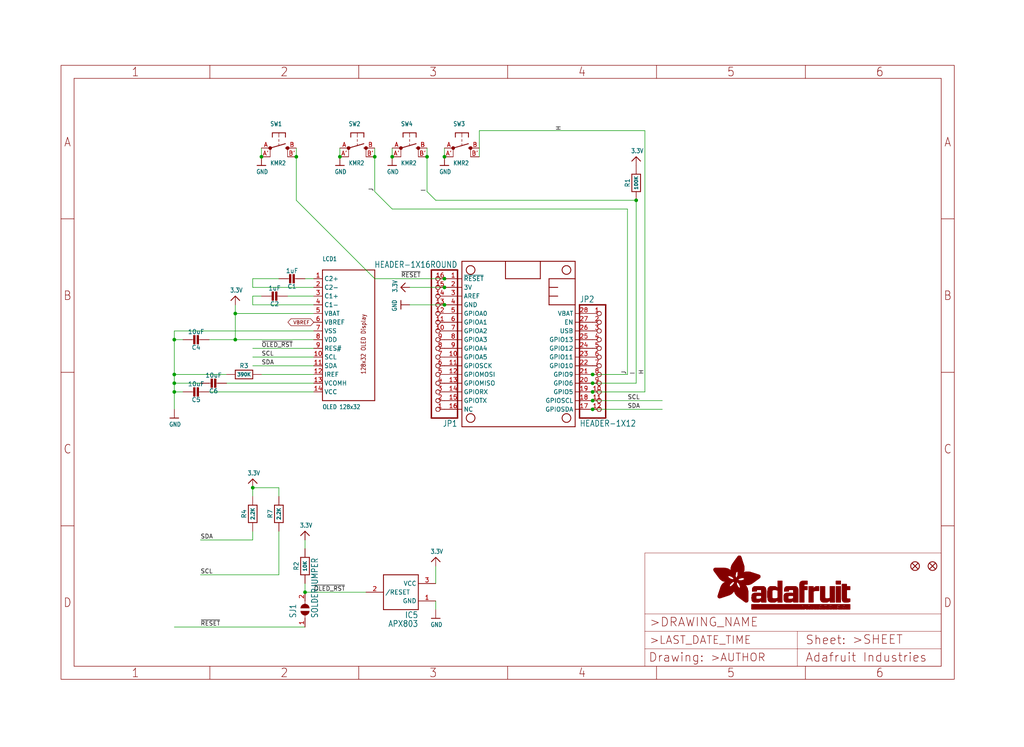
<source format=kicad_sch>
(kicad_sch (version 20211123) (generator eeschema)
  (paper "User" 298.45 217.881)
  (lib_symbols
    (symbol "schematicEagle-eagle-import:3.3V" (power)
      (property "Value" "3.3V" (at -1.524 1.016 0))
      (symbol "3.3V_1_0"
        (pin power_in line (at 0 -2.54 90) (length 2.54) (name "3.3V") (number "1"))
      )
    )
    (symbol "schematicEagle-eagle-import:AXP083-SAG"
      (property "Reference" "IC" (at -5.08 -7.62 0))
      (property "Value" "AXP083-SAG" (at -5.08 -10.16 0))
      (symbol "AXP083-SAG_1_0"
        (pin power_in line (at -10.16 -2.54 0) (length 5.08) (name "GND") (number "1"))
        (pin output line (at 10.16 0 180) (length 5.08) (name "/RESET") (number "2"))
        (pin power_in line (at -10.16 2.54 0) (length 5.08) (name "VCC") (number "3"))
      )
    )
    (symbol "schematicEagle-eagle-import:CAP_CERAMIC0805-NOOUTLINE"
      (property "Reference" "C" (at -2.29 1.25 90))
      (property "Value" "CAP_CERAMIC0805-NOOUTLINE" (at 2.3 1.25 90))
      (symbol "CAP_CERAMIC0805-NOOUTLINE_1_0"
        (pin passive line (at 0 5.08 270) (length 2.54) (name "1") (number "1"))
        (pin passive line (at 0 -2.54 90) (length 2.54) (name "2") (number "2"))
      )
    )
    (symbol "schematicEagle-eagle-import:DISP_OLED_UG-2832HSWEG02"
      (property "Reference" "LCD" (at -7.62 22.86 0))
      (property "Value" "DISP_OLED_UG-2832HSWEG02" (at -7.62 -20.32 0))
      (symbol "DISP_OLED_UG-2832HSWEG02_1_0"
        (text "128x32 OLED Display" (at 5.08 -10.16 900) (effects (font (size 1.27 1.0795)) (justify left bottom)))
        (pin bidirectional line (at -10.16 17.78 0) (length 2.54) (name "C2+") (number "1"))
        (pin bidirectional line (at -10.16 -5.08 0) (length 2.54) (name "SCL") (number "10"))
        (pin bidirectional line (at -10.16 -7.62 0) (length 2.54) (name "SDA") (number "11"))
        (pin bidirectional line (at -10.16 -10.16 0) (length 2.54) (name "IREF") (number "12"))
        (pin power_in line (at -10.16 -12.7 0) (length 2.54) (name "VCOMH") (number "13"))
        (pin power_in line (at -10.16 -15.24 0) (length 2.54) (name "VCC") (number "14"))
        (pin bidirectional line (at -10.16 15.24 0) (length 2.54) (name "C2-") (number "2"))
        (pin bidirectional line (at -10.16 12.7 0) (length 2.54) (name "C1+") (number "3"))
        (pin bidirectional line (at -10.16 10.16 0) (length 2.54) (name "C1-") (number "4"))
        (pin power_in line (at -10.16 7.62 0) (length 2.54) (name "VBAT") (number "5"))
        (pin power_in line (at -10.16 5.08 0) (length 2.54) (name "VBREF") (number "6"))
        (pin power_in line (at -10.16 2.54 0) (length 2.54) (name "VSS") (number "7"))
        (pin power_in line (at -10.16 0 0) (length 2.54) (name "VDD") (number "8"))
        (pin bidirectional line (at -10.16 -2.54 0) (length 2.54) (name "RES#") (number "9"))
      )
    )
    (symbol "schematicEagle-eagle-import:FEATHERWING"
      (symbol "FEATHERWING_1_0"
        (pin input line (at 5.08 -5.08 90) (length 5.08) (name "~{RESET}") (number "1"))
        (pin bidirectional line (at 27.94 -5.08 90) (length 5.08) (name "GPIOA5") (number "10"))
        (pin bidirectional line (at 30.48 -5.08 90) (length 5.08) (name "GPIOSCK") (number "11"))
        (pin bidirectional line (at 33.02 -5.08 90) (length 5.08) (name "GPIOMOSI") (number "12"))
        (pin bidirectional line (at 35.56 -5.08 90) (length 5.08) (name "GPIOMISO") (number "13"))
        (pin bidirectional line (at 38.1 -5.08 90) (length 5.08) (name "GPIORX") (number "14"))
        (pin bidirectional line (at 40.64 -5.08 90) (length 5.08) (name "GPIOTX") (number "15"))
        (pin passive line (at 43.18 -5.08 90) (length 5.08) (name "NC") (number "16"))
        (pin bidirectional line (at 43.18 38.1 270) (length 5.08) (name "GPIOSDA") (number "17"))
        (pin bidirectional line (at 40.64 38.1 270) (length 5.08) (name "GPIOSCL") (number "18"))
        (pin bidirectional line (at 38.1 38.1 270) (length 5.08) (name "GPIO5") (number "19"))
        (pin power_in line (at 7.62 -5.08 90) (length 5.08) (name "3V") (number "2"))
        (pin bidirectional line (at 35.56 38.1 270) (length 5.08) (name "GPIO6") (number "20"))
        (pin bidirectional line (at 33.02 38.1 270) (length 5.08) (name "GPIO9") (number "21"))
        (pin bidirectional line (at 30.48 38.1 270) (length 5.08) (name "GPIO10") (number "22"))
        (pin bidirectional line (at 27.94 38.1 270) (length 5.08) (name "GPIO11") (number "23"))
        (pin bidirectional line (at 25.4 38.1 270) (length 5.08) (name "GPIO12") (number "24"))
        (pin bidirectional line (at 22.86 38.1 270) (length 5.08) (name "GPIO13") (number "25"))
        (pin power_in line (at 20.32 38.1 270) (length 5.08) (name "USB") (number "26"))
        (pin passive line (at 17.78 38.1 270) (length 5.08) (name "EN") (number "27"))
        (pin power_in line (at 15.24 38.1 270) (length 5.08) (name "VBAT") (number "28"))
        (pin passive line (at 10.16 -5.08 90) (length 5.08) (name "AREF") (number "3"))
        (pin power_in line (at 12.7 -5.08 90) (length 5.08) (name "GND") (number "4"))
        (pin bidirectional line (at 15.24 -5.08 90) (length 5.08) (name "GPIOA0") (number "5"))
        (pin bidirectional line (at 17.78 -5.08 90) (length 5.08) (name "GPIOA1") (number "6"))
        (pin bidirectional line (at 20.32 -5.08 90) (length 5.08) (name "GPIOA2") (number "7"))
        (pin bidirectional line (at 22.86 -5.08 90) (length 5.08) (name "GPIOA3") (number "8"))
        (pin bidirectional line (at 25.4 -5.08 90) (length 5.08) (name "GPIOA4") (number "9"))
      )
    )
    (symbol "schematicEagle-eagle-import:FIDUCIAL{dblquote}{dblquote}")
    (symbol "schematicEagle-eagle-import:FRAME_A4_ADAFRUIT"
      (symbol "FRAME_A4_ADAFRUIT_0_0"
        (text "1" (at 21.6958 1.905 0) (effects (font (size 2.54 2.286))))
        (text "1" (at 21.6958 177.165 0) (effects (font (size 2.54 2.286))))
        (text "2" (at 65.0875 1.905 0) (effects (font (size 2.54 2.286))))
        (text "2" (at 65.0875 177.165 0) (effects (font (size 2.54 2.286))))
        (text "3" (at 108.4792 1.905 0) (effects (font (size 2.54 2.286))))
        (text "3" (at 108.4792 177.165 0) (effects (font (size 2.54 2.286))))
        (text "4" (at 151.8708 1.905 0) (effects (font (size 2.54 2.286))))
        (text "4" (at 151.8708 177.165 0) (effects (font (size 2.54 2.286))))
        (text "5" (at 195.2625 1.905 0) (effects (font (size 2.54 2.286))))
        (text "5" (at 195.2625 177.165 0) (effects (font (size 2.54 2.286))))
        (text "6" (at 238.6542 1.905 0) (effects (font (size 2.54 2.286))))
        (text "6" (at 238.6542 177.165 0) (effects (font (size 2.54 2.286))))
        (text "A" (at 1.905 156.6863 0) (effects (font (size 2.54 2.286))))
        (text "A" (at 258.445 156.6863 0) (effects (font (size 2.54 2.286))))
        (text "B" (at 1.905 111.9188 0) (effects (font (size 2.54 2.286))))
        (text "B" (at 258.445 111.9188 0) (effects (font (size 2.54 2.286))))
        (text "C" (at 1.905 67.1513 0) (effects (font (size 2.54 2.286))))
        (text "C" (at 258.445 67.1513 0) (effects (font (size 2.54 2.286))))
        (text "D" (at 1.905 22.3838 0) (effects (font (size 2.54 2.286))))
        (text "D" (at 258.445 22.3838 0) (effects (font (size 2.54 2.286))))
      )
      (symbol "FRAME_A4_ADAFRUIT_1_0"
        (text ">AUTHOR" (at 189.23 5.08 0) (effects (font (size 2.286 2.286)) (justify left bottom)))
        (text ">DRAWING_NAME" (at 171.45 15.24 0) (effects (font (size 2.54 2.54)) (justify left bottom)))
        (text ">LAST_DATE_TIME" (at 171.45 10.16 0) (effects (font (size 2.286 2.286)) (justify left bottom)))
        (text ">SHEET" (at 230.505 10.16 0) (effects (font (size 2.54 2.54)) (justify left bottom)))
        (text "Adafruit Industries" (at 216.916 4.953 0) (effects (font (size 2.54 2.54)) (justify left bottom)))
        (text "Drawing:" (at 171.196 4.953 0) (effects (font (size 2.54 2.54)) (justify left bottom)))
        (text "Sheet:" (at 216.916 10.033 0) (effects (font (size 2.54 2.54)) (justify left bottom)))
      )
    )
    (symbol "schematicEagle-eagle-import:GND" (power)
      (property "Value" "GND" (at -1.524 -2.54 0))
      (symbol "GND_1_0"
        (pin power_in line (at 0 2.54 270) (length 2.54) (name "GND") (number "1"))
      )
    )
    (symbol "schematicEagle-eagle-import:HEADER-1X12"
      (property "Reference" "JP" (at -6.35 18.415 0))
      (property "Value" "HEADER-1X12" (at -6.35 -17.78 0))
      (symbol "HEADER-1X12_1_0"
        (pin passive inverted (at -2.54 15.24 0) (length 2.54) (name "1") (number "1"))
        (pin passive inverted (at -2.54 -7.62 0) (length 2.54) (name "10") (number "10"))
        (pin passive inverted (at -2.54 -10.16 0) (length 2.54) (name "11") (number "11"))
        (pin passive inverted (at -2.54 -12.7 0) (length 2.54) (name "12") (number "12"))
        (pin passive inverted (at -2.54 12.7 0) (length 2.54) (name "2") (number "2"))
        (pin passive inverted (at -2.54 10.16 0) (length 2.54) (name "3") (number "3"))
        (pin passive inverted (at -2.54 7.62 0) (length 2.54) (name "4") (number "4"))
        (pin passive inverted (at -2.54 5.08 0) (length 2.54) (name "5") (number "5"))
        (pin passive inverted (at -2.54 2.54 0) (length 2.54) (name "6") (number "6"))
        (pin passive inverted (at -2.54 0 0) (length 2.54) (name "7") (number "7"))
        (pin passive inverted (at -2.54 -2.54 0) (length 2.54) (name "8") (number "8"))
        (pin passive inverted (at -2.54 -5.08 0) (length 2.54) (name "9") (number "9"))
      )
    )
    (symbol "schematicEagle-eagle-import:HEADER-1X16ROUND"
      (property "Reference" "JP" (at -6.35 20.955 0))
      (property "Value" "HEADER-1X16ROUND" (at -6.35 -25.4 0))
      (symbol "HEADER-1X16ROUND_1_0"
        (pin passive inverted (at -2.54 17.78 0) (length 2.54) (name "1") (number "1"))
        (pin passive inverted (at -2.54 -5.08 0) (length 2.54) (name "10") (number "10"))
        (pin passive inverted (at -2.54 -7.62 0) (length 2.54) (name "11") (number "11"))
        (pin passive inverted (at -2.54 -10.16 0) (length 2.54) (name "12") (number "12"))
        (pin passive inverted (at -2.54 -12.7 0) (length 2.54) (name "13") (number "13"))
        (pin passive inverted (at -2.54 -15.24 0) (length 2.54) (name "14") (number "14"))
        (pin passive inverted (at -2.54 -17.78 0) (length 2.54) (name "15") (number "15"))
        (pin passive inverted (at -2.54 -20.32 0) (length 2.54) (name "16") (number "16"))
        (pin passive inverted (at -2.54 15.24 0) (length 2.54) (name "2") (number "2"))
        (pin passive inverted (at -2.54 12.7 0) (length 2.54) (name "3") (number "3"))
        (pin passive inverted (at -2.54 10.16 0) (length 2.54) (name "4") (number "4"))
        (pin passive inverted (at -2.54 7.62 0) (length 2.54) (name "5") (number "5"))
        (pin passive inverted (at -2.54 5.08 0) (length 2.54) (name "6") (number "6"))
        (pin passive inverted (at -2.54 2.54 0) (length 2.54) (name "7") (number "7"))
        (pin passive inverted (at -2.54 0 0) (length 2.54) (name "8") (number "8"))
        (pin passive inverted (at -2.54 -2.54 0) (length 2.54) (name "9") (number "9"))
      )
    )
    (symbol "schematicEagle-eagle-import:RESISTOR0805_NOOUTLINE"
      (property "Reference" "R" (at 0 2.54 0))
      (property "Value" "RESISTOR0805_NOOUTLINE" (at 0 0 0))
      (symbol "RESISTOR0805_NOOUTLINE_1_0"
        (pin passive line (at -5.08 0 0) (length 2.54) (name "1") (number "1"))
        (pin passive line (at 5.08 0 180) (length 2.54) (name "2") (number "2"))
      )
    )
    (symbol "schematicEagle-eagle-import:RESISTOR_0805MP"
      (property "Reference" "R" (at 0 2.54 0))
      (property "Value" "RESISTOR_0805MP" (at 0 0 0))
      (symbol "RESISTOR_0805MP_1_0"
        (pin passive line (at -5.08 0 0) (length 2.54) (name "1") (number "1"))
        (pin passive line (at 5.08 0 180) (length 2.54) (name "2") (number "2"))
      )
    )
    (symbol "schematicEagle-eagle-import:SOLDERJUMPER"
      (property "Reference" "SJ" (at -2.54 2.54 0))
      (property "Value" "SOLDERJUMPER" (at -2.54 -3.81 0))
      (symbol "SOLDERJUMPER_1_0"
        (pin passive line (at -5.08 0 0) (length 2.54) (name "1") (number "1"))
        (pin passive line (at 5.08 0 180) (length 2.54) (name "2") (number "2"))
      )
    )
    (symbol "schematicEagle-eagle-import:SWITCH_TACT_SMT4.6X2.8"
      (property "Reference" "SW" (at -2.54 6.35 0))
      (property "Value" "SWITCH_TACT_SMT4.6X2.8" (at -2.54 -5.08 0))
      (symbol "SWITCH_TACT_SMT4.6X2.8_1_0"
        (pin passive line (at -5.08 0 0) (length 2.54) (name "P") (number "A"))
        (pin passive line (at -5.08 -2.54 0) (length 2.54) (name "P1") (number "A'"))
        (pin passive line (at 5.08 0 180) (length 2.54) (name "S") (number "B"))
        (pin passive line (at 5.08 -2.54 180) (length 2.54) (name "S1") (number "B'"))
      )
    )
  )
  (junction (at 76.2 45.72))
  (junction (at 73.66 142.24))
  (junction (at 50.8 111.76))
  (junction (at 50.8 114.3))
  (junction (at 68.58 91.44))
  (junction (at 129.54 81.28))
  (junction (at 172.72 109.22))
  (junction (at 129.54 83.82))
  (junction (at 50.8 99.06))
  (junction (at 124.46 45.72))
  (junction (at 50.8 109.22))
  (junction (at 172.72 111.76))
  (junction (at 185.42 58.42))
  (junction (at 86.36 45.72))
  (junction (at 129.54 45.72))
  (junction (at 172.72 114.3))
  (junction (at 68.58 99.06))
  (junction (at 99.06 45.72))
  (junction (at 109.22 45.72))
  (junction (at 172.72 119.38))
  (junction (at 129.54 88.9))
  (junction (at 88.9 172.72))
  (junction (at 172.72 116.84))
  (junction (at 114.3 45.72))
  (wire (pts (xy 127 58.42) (xy 185.42 58.42)))
  (wire (pts (xy 119.38 83.82) (xy 129.54 83.82)))
  (wire (pts (xy 119.38 88.9) (xy 129.54 88.9)))
  (wire (pts (xy 99.06 43.18) (xy 99.06 45.72)))
  (wire (pts (xy 68.58 88.9) (xy 68.58 91.44)))
  (wire (pts (xy 172.72 109.22) (xy 182.88 109.22)))
  (wire (pts (xy 88.9 160.02) (xy 88.9 157.48)))
  (wire (pts (xy 91.44 96.52) (xy 50.8 96.52)))
  (wire (pts (xy 66.04 109.22) (xy 50.8 109.22)))
  (wire (pts (xy 139.7 38.1) (xy 139.7 45.72)))
  (wire (pts (xy 114.3 60.96) (xy 182.88 60.96)))
  (wire (pts (xy 172.72 111.76) (xy 185.42 111.76)))
  (wire (pts (xy 88.9 172.72) (xy 88.9 170.18)))
  (wire (pts (xy 91.44 114.3) (xy 60.96 114.3)))
  (wire (pts (xy 50.8 111.76) (xy 50.8 114.3)))
  (wire (pts (xy 53.34 114.3) (xy 50.8 114.3)))
  (wire (pts (xy 73.66 157.48) (xy 58.42 157.48)))
  (wire (pts (xy 91.44 99.06) (xy 68.58 99.06)))
  (wire (pts (xy 91.44 106.68) (xy 73.66 106.68)))
  (wire (pts (xy 91.44 86.36) (xy 83.82 86.36)))
  (wire (pts (xy 127 175.26) (xy 127 177.8)))
  (wire (pts (xy 81.28 154.94) (xy 81.28 167.64)))
  (wire (pts (xy 139.7 38.1) (xy 187.96 38.1)))
  (wire (pts (xy 129.54 43.18) (xy 129.54 45.72)))
  (wire (pts (xy 81.28 144.78) (xy 81.28 142.24)))
  (wire (pts (xy 68.58 99.06) (xy 60.96 99.06)))
  (wire (pts (xy 81.28 142.24) (xy 73.66 142.24)))
  (wire (pts (xy 127 170.18) (xy 127 165.1)))
  (wire (pts (xy 58.42 111.76) (xy 50.8 111.76)))
  (wire (pts (xy 91.44 81.28) (xy 88.9 81.28)))
  (wire (pts (xy 68.58 91.44) (xy 68.58 99.06)))
  (wire (pts (xy 106.68 172.72) (xy 88.9 172.72)))
  (wire (pts (xy 73.66 144.78) (xy 73.66 142.24)))
  (wire (pts (xy 185.42 58.42) (xy 185.42 111.76)))
  (wire (pts (xy 91.44 111.76) (xy 66.04 111.76)))
  (wire (pts (xy 73.66 83.82) (xy 91.44 83.82)))
  (wire (pts (xy 86.36 43.18) (xy 86.36 45.72)))
  (wire (pts (xy 172.72 116.84) (xy 193.04 116.84)))
  (wire (pts (xy 73.66 81.28) (xy 73.66 83.82)))
  (wire (pts (xy 81.28 167.64) (xy 58.42 167.64)))
  (wire (pts (xy 124.46 55.88) (xy 127 58.42)))
  (wire (pts (xy 124.46 45.72) (xy 124.46 55.88)))
  (wire (pts (xy 114.3 43.18) (xy 114.3 45.72)))
  (wire (pts (xy 50.8 114.3) (xy 50.8 119.38)))
  (wire (pts (xy 109.22 43.18) (xy 109.22 45.72)))
  (wire (pts (xy 88.9 182.88) (xy 50.8 182.88)))
  (wire (pts (xy 76.2 43.18) (xy 76.2 45.72)))
  (wire (pts (xy 86.36 58.42) (xy 109.22 81.28)))
  (wire (pts (xy 76.2 86.36) (xy 73.66 86.36)))
  (wire (pts (xy 182.88 60.96) (xy 182.88 109.22)))
  (wire (pts (xy 50.8 96.52) (xy 50.8 99.06)))
  (wire (pts (xy 124.46 43.18) (xy 124.46 45.72)))
  (wire (pts (xy 86.36 45.72) (xy 86.36 58.42)))
  (wire (pts (xy 172.72 114.3) (xy 187.96 114.3)))
  (wire (pts (xy 50.8 109.22) (xy 50.8 111.76)))
  (wire (pts (xy 91.44 109.22) (xy 76.2 109.22)))
  (wire (pts (xy 50.8 99.06) (xy 50.8 109.22)))
  (wire (pts (xy 109.22 45.72) (xy 109.22 55.88)))
  (wire (pts (xy 73.66 86.36) (xy 73.66 88.9)))
  (wire (pts (xy 53.34 99.06) (xy 50.8 99.06)))
  (wire (pts (xy 91.44 91.44) (xy 68.58 91.44)))
  (wire (pts (xy 91.44 101.6) (xy 73.66 101.6)))
  (wire (pts (xy 73.66 88.9) (xy 91.44 88.9)))
  (wire (pts (xy 109.22 81.28) (xy 129.54 81.28)))
  (wire (pts (xy 109.22 55.88) (xy 114.3 60.96)))
  (wire (pts (xy 81.28 81.28) (xy 73.66 81.28)))
  (wire (pts (xy 91.44 104.14) (xy 73.66 104.14)))
  (wire (pts (xy 172.72 119.38) (xy 193.04 119.38)))
  (wire (pts (xy 187.96 38.1) (xy 187.96 114.3)))
  (wire (pts (xy 73.66 157.48) (xy 73.66 154.94)))
  (label "I" (at 185.42 109.22 90) (effects (font (size 1.2446 1.2446))))
  (label "SDA" (at 58.42 157.48 0) (effects (font (size 1.2446 1.2446))))
  (label "H" (at 163.83 38.1 90) (effects (font (size 1.2446 1.2446))))
  (label "SCL" (at 58.42 167.64 0) (effects (font (size 1.2446 1.2446))))
  (label "J" (at 182.88 109.22 90) (effects (font (size 1.2446 1.2446))))
  (label "~{RESET}" (at 116.84 81.28 0) (effects (font (size 1.2446 1.2446))))
  (label "SDA" (at 182.88 119.38 0) (effects (font (size 1.2446 1.2446))))
  (label "I" (at 124.46 55.88 90) (effects (font (size 1.2446 1.2446))))
  (label "~{OLED_RST}" (at 91.44 172.72 0) (effects (font (size 1.2446 1.2446))))
  (label "J" (at 109.22 55.88 90) (effects (font (size 1.2446 1.2446))))
  (label "SCL" (at 182.88 116.84 0) (effects (font (size 1.2446 1.2446))))
  (label "H" (at 187.96 109.22 90) (effects (font (size 1.2446 1.2446))))
  (label "~{RESET}" (at 58.42 182.88 0) (effects (font (size 1.2446 1.2446))))
  (label "SCL" (at 76.2 104.14 0) (effects (font (size 1.2446 1.2446))))
  (label "~{OLED_RST}" (at 76.2 101.6 0) (effects (font (size 1.2446 1.2446))))
  (label "SDA" (at 76.2 106.68 0) (effects (font (size 1.2446 1.2446))))
  (global_label "VBREF" (shape bidirectional) (at 91.44 93.98 180) (effects (font (size 1.016 1.016))) (property "Intersheet References" "${INTERSHEET_REFS}" (effects hide)))
  (symbol (lib_id "schematicEagle-eagle-import:FRAME_A4_ADAFRUIT") (at 17.78 198.12 0) (unit 1)
    (property "Reference" "#U$1" (effects hide))
    (property "Value" "FRAME_A4_ADAFRUIT" (effects hide))
    (property "Footprint" "schematicEagle:" (effects hide))
  )
  (symbol (lib_id "schematicEagle-eagle-import:DISP_OLED_UG-2832HSWEG02") (at 101.6 99.06 0) (unit 1)
    (property "Reference" "LCD1" (at 93.98 76.2 0) (effects (font (size 1.27 1.0795)) (justify left bottom)))
    (property "Value" "OLED 128x32" (at 93.98 119.38 0) (effects (font (size 1.27 1.0795)) (justify left bottom)))
    (property "Footprint" "schematicEagle:UG-2832HSWEG02_WRAPUNDER" (effects hide))
  )
  (symbol (lib_id "schematicEagle-eagle-import:RESISTOR_0805MP") (at 88.9 165.1 90) (unit 1)
    (property "Reference" "R2" (at 86.36 165.1 0))
    (property "Value" "10K" (at 88.9 165.1 0) (effects (font (size 1.016 1.016) bold)))
    (property "Footprint" "schematicEagle:_0805MP" (effects hide))
  )
  (symbol (lib_id "schematicEagle-eagle-import:RESISTOR0805_NOOUTLINE") (at 185.42 53.34 90) (unit 1)
    (property "Reference" "R1" (at 182.88 53.34 0))
    (property "Value" "100K" (at 185.42 53.34 0) (effects (font (size 1.016 1.016) bold)))
    (property "Footprint" "schematicEagle:0805-NO" (effects hide))
  )
  (symbol (lib_id "schematicEagle-eagle-import:GND") (at 76.2 48.26 0) (unit 1)
    (property "Reference" "#U$9" (effects hide))
    (property "Value" "GND" (at 74.676 50.8 0) (effects (font (size 1.27 1.0795)) (justify left bottom)))
    (property "Footprint" "schematicEagle:" (effects hide))
  )
  (symbol (lib_id "schematicEagle-eagle-import:3.3V") (at 68.58 86.36 0) (unit 1)
    (property "Reference" "#U$2" (effects hide))
    (property "Value" "3.3V" (at 67.056 85.344 0) (effects (font (size 1.27 1.0795)) (justify left bottom)))
    (property "Footprint" "schematicEagle:" (effects hide))
  )
  (symbol (lib_id "schematicEagle-eagle-import:GND") (at 129.54 48.26 0) (unit 1)
    (property "Reference" "#U$12" (effects hide))
    (property "Value" "GND" (at 128.016 50.8 0) (effects (font (size 1.27 1.0795)) (justify left bottom)))
    (property "Footprint" "schematicEagle:" (effects hide))
  )
  (symbol (lib_id "schematicEagle-eagle-import:RESISTOR0805_NOOUTLINE") (at 71.12 109.22 0) (unit 1)
    (property "Reference" "R3" (at 71.12 106.68 0))
    (property "Value" "390K" (at 71.12 109.22 0) (effects (font (size 1.016 1.016) bold)))
    (property "Footprint" "schematicEagle:0805-NO" (effects hide))
  )
  (symbol (lib_id "schematicEagle-eagle-import:CAP_CERAMIC0805-NOOUTLINE") (at 58.42 99.06 90) (unit 1)
    (property "Reference" "C4" (at 57.17 101.35 90))
    (property "Value" "10uF" (at 57.17 96.76 90))
    (property "Footprint" "schematicEagle:0805-NO" (effects hide))
  )
  (symbol (lib_id "schematicEagle-eagle-import:HEADER-1X16ROUND") (at 127 101.6 180) (unit 1)
    (property "Reference" "JP1" (at 133.35 122.555 0) (effects (font (size 1.778 1.5113)) (justify left bottom)))
    (property "Value" "HEADER-1X16ROUND" (at 133.35 76.2 0) (effects (font (size 1.778 1.5113)) (justify left bottom)))
    (property "Footprint" "schematicEagle:1X16_ROUND" (effects hide))
  )
  (symbol (lib_id "schematicEagle-eagle-import:SOLDERJUMPER") (at 88.9 177.8 90) (unit 1)
    (property "Reference" "SJ1" (at 86.36 180.34 0) (effects (font (size 1.778 1.5113)) (justify left bottom)))
    (property "Value" "SOLDERJUMPER" (at 92.71 180.34 0) (effects (font (size 1.778 1.5113)) (justify left bottom)))
    (property "Footprint" "schematicEagle:SOLDERJUMPER_ARROW_NOPASTE" (effects hide))
  )
  (symbol (lib_id "schematicEagle-eagle-import:3.3V") (at 116.84 83.82 90) (unit 1)
    (property "Reference" "#U$6" (effects hide))
    (property "Value" "3.3V" (at 115.824 85.344 0) (effects (font (size 1.27 1.0795)) (justify left bottom)))
    (property "Footprint" "schematicEagle:" (effects hide))
  )
  (symbol (lib_id "schematicEagle-eagle-import:GND") (at 50.8 121.92 0) (unit 1)
    (property "Reference" "#U$5" (effects hide))
    (property "Value" "GND" (at 49.276 124.46 0) (effects (font (size 1.27 1.0795)) (justify left bottom)))
    (property "Footprint" "schematicEagle:" (effects hide))
  )
  (symbol (lib_id "schematicEagle-eagle-import:SWITCH_TACT_SMT4.6X2.8") (at 119.38 43.18 0) (unit 1)
    (property "Reference" "SW4" (at 116.84 36.83 0) (effects (font (size 1.27 1.0795)) (justify left bottom)))
    (property "Value" "KMR2" (at 116.84 48.26 0) (effects (font (size 1.27 1.0795)) (justify left bottom)))
    (property "Footprint" "schematicEagle:BTN_KMR2_4.6X2.8" (effects hide))
  )
  (symbol (lib_id "schematicEagle-eagle-import:3.3V") (at 88.9 154.94 0) (unit 1)
    (property "Reference" "#U$21" (effects hide))
    (property "Value" "3.3V" (at 87.376 153.924 0) (effects (font (size 1.27 1.0795)) (justify left bottom)))
    (property "Footprint" "schematicEagle:" (effects hide))
  )
  (symbol (lib_id "schematicEagle-eagle-import:GND") (at 99.06 48.26 0) (unit 1)
    (property "Reference" "#U$10" (effects hide))
    (property "Value" "GND" (at 97.536 50.8 0) (effects (font (size 1.27 1.0795)) (justify left bottom)))
    (property "Footprint" "schematicEagle:" (effects hide))
  )
  (symbol (lib_id "schematicEagle-eagle-import:GND") (at 116.84 88.9 270) (unit 1)
    (property "Reference" "#U$7" (effects hide))
    (property "Value" "GND" (at 114.3 87.376 0) (effects (font (size 1.27 1.0795)) (justify left bottom)))
    (property "Footprint" "schematicEagle:" (effects hide))
  )
  (symbol (lib_id "schematicEagle-eagle-import:CAP_CERAMIC0805-NOOUTLINE") (at 63.5 111.76 90) (unit 1)
    (property "Reference" "C6" (at 62.25 114.05 90))
    (property "Value" "10uF" (at 62.25 109.46 90))
    (property "Footprint" "schematicEagle:0805-NO" (effects hide))
  )
  (symbol (lib_id "schematicEagle-eagle-import:CAP_CERAMIC0805-NOOUTLINE") (at 58.42 114.3 90) (unit 1)
    (property "Reference" "C5" (at 57.17 116.59 90))
    (property "Value" "10uF" (at 57.17 112 90))
    (property "Footprint" "schematicEagle:0805-NO" (effects hide))
  )
  (symbol (lib_id "schematicEagle-eagle-import:3.3V") (at 127 162.56 0) (unit 1)
    (property "Reference" "#U$31" (effects hide))
    (property "Value" "3.3V" (at 125.476 161.544 0) (effects (font (size 1.27 1.0795)) (justify left bottom)))
    (property "Footprint" "schematicEagle:" (effects hide))
  )
  (symbol (lib_id "schematicEagle-eagle-import:3.3V") (at 73.66 139.7 0) (unit 1)
    (property "Reference" "#U$13" (effects hide))
    (property "Value" "3.3V" (at 72.136 138.684 0) (effects (font (size 1.27 1.0795)) (justify left bottom)))
    (property "Footprint" "schematicEagle:" (effects hide))
  )
  (symbol (lib_id "schematicEagle-eagle-import:SWITCH_TACT_SMT4.6X2.8") (at 81.28 43.18 0) (unit 1)
    (property "Reference" "SW1" (at 78.74 36.83 0) (effects (font (size 1.27 1.0795)) (justify left bottom)))
    (property "Value" "KMR2" (at 78.74 48.26 0) (effects (font (size 1.27 1.0795)) (justify left bottom)))
    (property "Footprint" "schematicEagle:BTN_KMR2_4.6X2.8" (effects hide))
  )
  (symbol (lib_id "schematicEagle-eagle-import:CAP_CERAMIC0805-NOOUTLINE") (at 81.28 86.36 90) (unit 1)
    (property "Reference" "C2" (at 80.03 88.65 90))
    (property "Value" "1uF" (at 80.03 84.06 90))
    (property "Footprint" "schematicEagle:0805-NO" (effects hide))
  )
  (symbol (lib_id "schematicEagle-eagle-import:SWITCH_TACT_SMT4.6X2.8") (at 134.62 43.18 0) (unit 1)
    (property "Reference" "SW3" (at 132.08 36.83 0) (effects (font (size 1.27 1.0795)) (justify left bottom)))
    (property "Value" "KMR2" (at 132.08 48.26 0) (effects (font (size 1.27 1.0795)) (justify left bottom)))
    (property "Footprint" "schematicEagle:BTN_KMR2_4.6X2.8" (effects hide))
  )
  (symbol (lib_id "schematicEagle-eagle-import:RESISTOR0805_NOOUTLINE") (at 73.66 149.86 90) (unit 1)
    (property "Reference" "R4" (at 71.12 149.86 0))
    (property "Value" "2.2K" (at 73.66 149.86 0) (effects (font (size 1.016 1.016) bold)))
    (property "Footprint" "schematicEagle:0805-NO" (effects hide))
  )
  (symbol (lib_id "schematicEagle-eagle-import:FEATHERWING") (at 134.62 76.2 270) (unit 1)
    (property "Reference" "MS1" (effects hide))
    (property "Value" "FEATHERWING" (effects hide))
    (property "Footprint" "schematicEagle:FEATHERWING" (effects hide))
  )
  (symbol (lib_id "schematicEagle-eagle-import:3.3V") (at 185.42 45.72 0) (unit 1)
    (property "Reference" "#U$3" (effects hide))
    (property "Value" "3.3V" (at 183.896 44.704 0) (effects (font (size 1.27 1.0795)) (justify left bottom)))
    (property "Footprint" "schematicEagle:" (effects hide))
  )
  (symbol (lib_id "schematicEagle-eagle-import:GND") (at 114.3 48.26 0) (unit 1)
    (property "Reference" "#U$11" (effects hide))
    (property "Value" "GND" (at 112.776 50.8 0) (effects (font (size 1.27 1.0795)) (justify left bottom)))
    (property "Footprint" "schematicEagle:" (effects hide))
  )
  (symbol (lib_id "schematicEagle-eagle-import:RESISTOR0805_NOOUTLINE") (at 81.28 149.86 90) (unit 1)
    (property "Reference" "R7" (at 78.74 149.86 0))
    (property "Value" "2.2K" (at 81.28 149.86 0) (effects (font (size 1.016 1.016) bold)))
    (property "Footprint" "schematicEagle:0805-NO" (effects hide))
  )
  (symbol (lib_id "schematicEagle-eagle-import:HEADER-1X12") (at 175.26 106.68 0) (unit 1)
    (property "Reference" "JP2" (at 168.91 88.265 0) (effects (font (size 1.778 1.5113)) (justify left bottom)))
    (property "Value" "HEADER-1X12" (at 168.91 124.46 0) (effects (font (size 1.778 1.5113)) (justify left bottom)))
    (property "Footprint" "schematicEagle:1X12_ROUND" (effects hide))
  )
  (symbol (lib_id "schematicEagle-eagle-import:FIDUCIAL{dblquote}{dblquote}") (at 271.78 165.1 0) (unit 1)
    (property "Reference" "FID1" (effects hide))
    (property "Value" "FIDUCIAL{dblquote}{dblquote}" (effects hide))
    (property "Footprint" "schematicEagle:FIDUCIAL_1MM" (effects hide))
  )
  (symbol (lib_id "schematicEagle-eagle-import:AXP083-SAG") (at 116.84 172.72 0) (mirror y) (unit 1)
    (property "Reference" "IC5" (at 121.92 180.34 0) (effects (font (size 1.778 1.5113)) (justify left bottom)))
    (property "Value" "APX803" (at 121.92 182.88 0) (effects (font (size 1.778 1.5113)) (justify left bottom)))
    (property "Footprint" "schematicEagle:SOT23" (effects hide))
  )
  (symbol (lib_id "schematicEagle-eagle-import:SWITCH_TACT_SMT4.6X2.8") (at 104.14 43.18 0) (unit 1)
    (property "Reference" "SW2" (at 101.6 36.83 0) (effects (font (size 1.27 1.0795)) (justify left bottom)))
    (property "Value" "KMR2" (at 101.6 48.26 0) (effects (font (size 1.27 1.0795)) (justify left bottom)))
    (property "Footprint" "schematicEagle:BTN_KMR2_4.6X2.8" (effects hide))
  )
  (symbol (lib_id "schematicEagle-eagle-import:GND") (at 127 180.34 0) (unit 1)
    (property "Reference" "#U$17" (effects hide))
    (property "Value" "GND" (at 125.476 182.88 0) (effects (font (size 1.27 1.0795)) (justify left bottom)))
    (property "Footprint" "schematicEagle:" (effects hide))
  )
  (symbol (lib_id "schematicEagle-eagle-import:CAP_CERAMIC0805-NOOUTLINE") (at 86.36 81.28 90) (unit 1)
    (property "Reference" "C1" (at 85.11 83.57 90))
    (property "Value" "1uF" (at 85.11 78.98 90))
    (property "Footprint" "schematicEagle:0805-NO" (effects hide))
  )
  (symbol (lib_id "schematicEagle-eagle-import:FIDUCIAL{dblquote}{dblquote}") (at 266.7 165.1 0) (unit 1)
    (property "Reference" "FID2" (effects hide))
    (property "Value" "FIDUCIAL{dblquote}{dblquote}" (effects hide))
    (property "Footprint" "schematicEagle:FIDUCIAL_1MM" (effects hide))
  )
)
</source>
